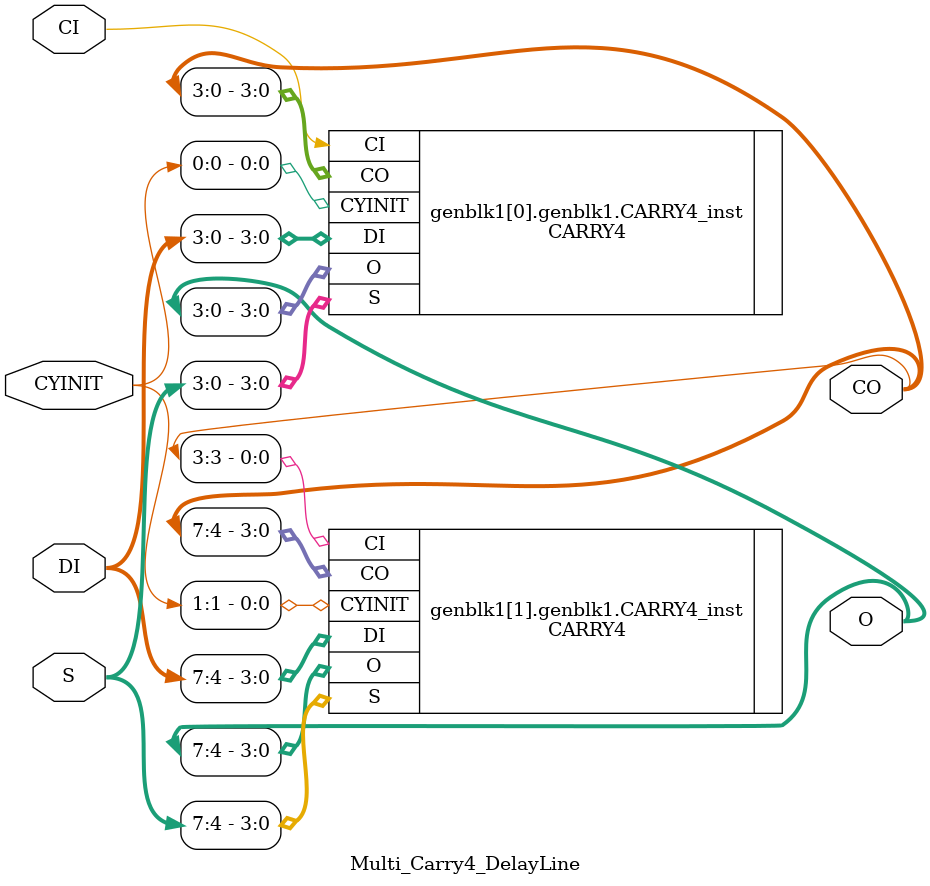
<source format=v>

`timescale 1ns / 100ps


module Multi_Carry4_DelayLine #(parameter integer Ncarry4 = 2)(

   input  wire CI,          //First MUX input
   input  wire [Ncarry4-1:0]CYINIT,      //First MUX input
   input  wire [3+(Ncarry4-1)*4:0] DI,   //Data-in (MUX '0' input) 
   input  wire [3+(Ncarry4-1)*4:0] S,    //Selection bus
				
   output wire [3+(Ncarry4-1)*4:0]CO,    //
   output wire [3+(Ncarry4-1)*4:0]O      //

   );
   
  // wire   [3+(Ncarry4-1)*4:0]w; 
  // assign w[0] = CI;
   
   generate 
   
      genvar k ;
	  
	  for (k = 0; k < Ncarry4; k = k + 1) begin 
	     if (k==0)begin
         //CARRY4: Fast Carry Logic Component
         // 7 Series
         // Xilinx HDL Libraries Guide, version 2012.2
            CARRY4 CARRY4_inst (
            
               .CO( CO[4*k+3:4*k]),          // 4-bit carry out
               .O( O[4*k+3:4*k]),            // 4-bit carry chain XOR data out
               .CI(CI),                        // 1-bit carry cascade input
               .CYINIT(CYINIT[k]),  // 1-bit carry initialization
               .DI(DI[4*k+3:4*k]),          // 4-bit carry-MUX data in
               .S(S[4*k+3:4*k])             // 4-bit carry-MUX select input
	           
            );
	     end //if
		 else begin
		    CARRY4 CARRY4_inst (
            
               .CO( CO[4*k+3:4*k]),          // 4-bit carry out
               .O( O[4*k+3:4*k]),            // 4-bit carry chain XOR data out
               .CI(CO[3+4*(k-1)]),                        // 1-bit carry cascade input
               .CYINIT(CYINIT[k]),  // 1-bit carry initialization
               .DI(DI[4*k+3:4*k]),          // 4-bit carry-MUX data in
               .S(S[4*k+3:4*k])             // 4-bit carry-MUX select input
	           
            );
	     end //else
         // End of CARRY4_inst instantiation

        //assign w[k+1] = CO[4*k+3] ;		 
    end  // for
	
   endgenerate 
 
endmodule

//wire net;
//assign net = a ? 1'b1 : (b ? 1'b0 : 1'bx);
</source>
